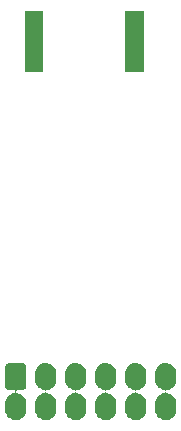
<source format=gbr>
G04 #@! TF.GenerationSoftware,KiCad,Pcbnew,(5.0.1)-3*
G04 #@! TF.CreationDate,2019-04-14T21:22:41-05:00*
G04 #@! TF.ProjectId,transceiver,7472616E736365697665722E6B696361,rev?*
G04 #@! TF.SameCoordinates,Original*
G04 #@! TF.FileFunction,Soldermask,Bot*
G04 #@! TF.FilePolarity,Negative*
%FSLAX46Y46*%
G04 Gerber Fmt 4.6, Leading zero omitted, Abs format (unit mm)*
G04 Created by KiCad (PCBNEW (5.0.1)-3) date 4/14/2019 21:22:41*
%MOMM*%
%LPD*%
G01*
G04 APERTURE LIST*
%ADD10C,0.100000*%
G04 APERTURE END LIST*
D10*
G36*
X145201565Y-95788925D02*
X145215179Y-95809299D01*
X145232506Y-95826626D01*
X145252881Y-95840240D01*
X145275520Y-95849618D01*
X145299553Y-95854398D01*
X145378586Y-95862182D01*
X145505629Y-95900720D01*
X145550314Y-95914275D01*
X145708569Y-95998864D01*
X145847291Y-96112709D01*
X145931478Y-96215292D01*
X145961133Y-96251427D01*
X145961134Y-96251429D01*
X146045726Y-96409688D01*
X146063090Y-96466930D01*
X146097818Y-96581413D01*
X146111000Y-96715254D01*
X146111000Y-97284746D01*
X146097818Y-97418587D01*
X146045726Y-97590311D01*
X146045725Y-97590314D01*
X145961136Y-97748569D01*
X145847291Y-97887291D01*
X145744708Y-97971478D01*
X145708573Y-98001133D01*
X145708571Y-98001134D01*
X145550312Y-98085726D01*
X145493070Y-98103090D01*
X145378587Y-98137818D01*
X145200000Y-98155407D01*
X145021414Y-98137818D01*
X144906931Y-98103090D01*
X144849689Y-98085726D01*
X144691430Y-98001134D01*
X144691428Y-98001133D01*
X144655293Y-97971478D01*
X144552710Y-97887291D01*
X144468523Y-97784708D01*
X144438868Y-97748573D01*
X144429191Y-97730469D01*
X144354274Y-97590312D01*
X144336910Y-97533070D01*
X144302182Y-97418587D01*
X144289000Y-97284746D01*
X144289000Y-96715255D01*
X144302182Y-96581414D01*
X144354274Y-96409690D01*
X144354275Y-96409686D01*
X144438864Y-96251431D01*
X144552709Y-96112709D01*
X144655292Y-96028522D01*
X144691427Y-95998867D01*
X144709529Y-95989191D01*
X144849688Y-95914274D01*
X144906930Y-95896910D01*
X145021413Y-95862182D01*
X145100447Y-95854398D01*
X145124481Y-95849617D01*
X145147120Y-95840240D01*
X145167494Y-95826626D01*
X145184821Y-95809299D01*
X145198435Y-95788924D01*
X145200000Y-95785146D01*
X145201565Y-95788925D01*
X145201565Y-95788925D01*
G37*
G36*
X142661565Y-95788925D02*
X142675179Y-95809299D01*
X142692506Y-95826626D01*
X142712881Y-95840240D01*
X142735520Y-95849618D01*
X142759553Y-95854398D01*
X142838586Y-95862182D01*
X142965629Y-95900720D01*
X143010314Y-95914275D01*
X143168569Y-95998864D01*
X143307291Y-96112709D01*
X143391478Y-96215292D01*
X143421133Y-96251427D01*
X143421134Y-96251429D01*
X143505726Y-96409688D01*
X143523090Y-96466930D01*
X143557818Y-96581413D01*
X143571000Y-96715254D01*
X143571000Y-97284746D01*
X143557818Y-97418587D01*
X143505726Y-97590311D01*
X143505725Y-97590314D01*
X143421136Y-97748569D01*
X143307291Y-97887291D01*
X143204708Y-97971478D01*
X143168573Y-98001133D01*
X143168571Y-98001134D01*
X143010312Y-98085726D01*
X142953070Y-98103090D01*
X142838587Y-98137818D01*
X142660000Y-98155407D01*
X142481414Y-98137818D01*
X142366931Y-98103090D01*
X142309689Y-98085726D01*
X142151430Y-98001134D01*
X142151428Y-98001133D01*
X142115293Y-97971478D01*
X142012710Y-97887291D01*
X141928523Y-97784708D01*
X141898868Y-97748573D01*
X141889191Y-97730469D01*
X141814274Y-97590312D01*
X141796910Y-97533070D01*
X141762182Y-97418587D01*
X141749000Y-97284746D01*
X141749000Y-96715255D01*
X141762182Y-96581414D01*
X141814274Y-96409690D01*
X141814275Y-96409686D01*
X141898864Y-96251431D01*
X142012709Y-96112709D01*
X142115292Y-96028522D01*
X142151427Y-95998867D01*
X142169529Y-95989191D01*
X142309688Y-95914274D01*
X142366930Y-95896910D01*
X142481413Y-95862182D01*
X142560447Y-95854398D01*
X142584481Y-95849617D01*
X142607120Y-95840240D01*
X142627494Y-95826626D01*
X142644821Y-95809299D01*
X142658435Y-95788924D01*
X142660000Y-95785146D01*
X142661565Y-95788925D01*
X142661565Y-95788925D01*
G37*
G36*
X140121565Y-95788925D02*
X140135179Y-95809299D01*
X140152506Y-95826626D01*
X140172881Y-95840240D01*
X140195520Y-95849618D01*
X140219553Y-95854398D01*
X140298586Y-95862182D01*
X140425629Y-95900720D01*
X140470314Y-95914275D01*
X140628569Y-95998864D01*
X140767291Y-96112709D01*
X140851478Y-96215292D01*
X140881133Y-96251427D01*
X140881134Y-96251429D01*
X140965726Y-96409688D01*
X140983090Y-96466930D01*
X141017818Y-96581413D01*
X141031000Y-96715254D01*
X141031000Y-97284746D01*
X141017818Y-97418587D01*
X140965726Y-97590311D01*
X140965725Y-97590314D01*
X140881136Y-97748569D01*
X140767291Y-97887291D01*
X140664708Y-97971478D01*
X140628573Y-98001133D01*
X140628571Y-98001134D01*
X140470312Y-98085726D01*
X140413070Y-98103090D01*
X140298587Y-98137818D01*
X140120000Y-98155407D01*
X139941414Y-98137818D01*
X139826931Y-98103090D01*
X139769689Y-98085726D01*
X139611430Y-98001134D01*
X139611428Y-98001133D01*
X139575293Y-97971478D01*
X139472710Y-97887291D01*
X139388523Y-97784708D01*
X139358868Y-97748573D01*
X139349191Y-97730469D01*
X139274274Y-97590312D01*
X139256910Y-97533070D01*
X139222182Y-97418587D01*
X139209000Y-97284746D01*
X139209000Y-96715255D01*
X139222182Y-96581414D01*
X139274274Y-96409690D01*
X139274275Y-96409686D01*
X139358864Y-96251431D01*
X139472709Y-96112709D01*
X139575292Y-96028522D01*
X139611427Y-95998867D01*
X139629529Y-95989191D01*
X139769688Y-95914274D01*
X139826930Y-95896910D01*
X139941413Y-95862182D01*
X140020447Y-95854398D01*
X140044481Y-95849617D01*
X140067120Y-95840240D01*
X140087494Y-95826626D01*
X140104821Y-95809299D01*
X140118435Y-95788924D01*
X140120000Y-95785146D01*
X140121565Y-95788925D01*
X140121565Y-95788925D01*
G37*
G36*
X137581565Y-95788925D02*
X137595179Y-95809299D01*
X137612506Y-95826626D01*
X137632881Y-95840240D01*
X137655520Y-95849618D01*
X137679553Y-95854398D01*
X137758586Y-95862182D01*
X137885629Y-95900720D01*
X137930314Y-95914275D01*
X138088569Y-95998864D01*
X138227291Y-96112709D01*
X138311478Y-96215292D01*
X138341133Y-96251427D01*
X138341134Y-96251429D01*
X138425726Y-96409688D01*
X138443090Y-96466930D01*
X138477818Y-96581413D01*
X138491000Y-96715254D01*
X138491000Y-97284746D01*
X138477818Y-97418587D01*
X138425726Y-97590311D01*
X138425725Y-97590314D01*
X138341136Y-97748569D01*
X138227291Y-97887291D01*
X138124708Y-97971478D01*
X138088573Y-98001133D01*
X138088571Y-98001134D01*
X137930312Y-98085726D01*
X137873070Y-98103090D01*
X137758587Y-98137818D01*
X137580000Y-98155407D01*
X137401414Y-98137818D01*
X137286931Y-98103090D01*
X137229689Y-98085726D01*
X137071430Y-98001134D01*
X137071428Y-98001133D01*
X137035293Y-97971478D01*
X136932710Y-97887291D01*
X136848523Y-97784708D01*
X136818868Y-97748573D01*
X136809191Y-97730469D01*
X136734274Y-97590312D01*
X136716910Y-97533070D01*
X136682182Y-97418587D01*
X136669000Y-97284746D01*
X136669000Y-96715255D01*
X136682182Y-96581414D01*
X136734274Y-96409690D01*
X136734275Y-96409686D01*
X136818864Y-96251431D01*
X136932709Y-96112709D01*
X137035292Y-96028522D01*
X137071427Y-95998867D01*
X137089529Y-95989191D01*
X137229688Y-95914274D01*
X137286930Y-95896910D01*
X137401413Y-95862182D01*
X137480447Y-95854398D01*
X137504481Y-95849617D01*
X137527120Y-95840240D01*
X137547494Y-95826626D01*
X137564821Y-95809299D01*
X137578435Y-95788924D01*
X137580000Y-95785146D01*
X137581565Y-95788925D01*
X137581565Y-95788925D01*
G37*
G36*
X135041565Y-95788925D02*
X135055179Y-95809299D01*
X135072506Y-95826626D01*
X135092881Y-95840240D01*
X135115520Y-95849618D01*
X135139553Y-95854398D01*
X135218586Y-95862182D01*
X135345629Y-95900720D01*
X135390314Y-95914275D01*
X135548569Y-95998864D01*
X135687291Y-96112709D01*
X135771478Y-96215292D01*
X135801133Y-96251427D01*
X135801134Y-96251429D01*
X135885726Y-96409688D01*
X135903090Y-96466930D01*
X135937818Y-96581413D01*
X135951000Y-96715254D01*
X135951000Y-97284746D01*
X135937818Y-97418587D01*
X135885726Y-97590311D01*
X135885725Y-97590314D01*
X135801136Y-97748569D01*
X135687291Y-97887291D01*
X135584708Y-97971478D01*
X135548573Y-98001133D01*
X135548571Y-98001134D01*
X135390312Y-98085726D01*
X135333070Y-98103090D01*
X135218587Y-98137818D01*
X135040000Y-98155407D01*
X134861414Y-98137818D01*
X134746931Y-98103090D01*
X134689689Y-98085726D01*
X134531430Y-98001134D01*
X134531428Y-98001133D01*
X134495293Y-97971478D01*
X134392710Y-97887291D01*
X134308523Y-97784708D01*
X134278868Y-97748573D01*
X134269191Y-97730469D01*
X134194274Y-97590312D01*
X134176910Y-97533070D01*
X134142182Y-97418587D01*
X134129000Y-97284746D01*
X134129000Y-96715255D01*
X134142182Y-96581414D01*
X134194274Y-96409690D01*
X134194275Y-96409686D01*
X134278864Y-96251431D01*
X134392709Y-96112709D01*
X134495292Y-96028522D01*
X134531427Y-95998867D01*
X134549529Y-95989191D01*
X134689688Y-95914274D01*
X134746930Y-95896910D01*
X134861413Y-95862182D01*
X134940447Y-95854398D01*
X134964481Y-95849617D01*
X134987120Y-95840240D01*
X135007494Y-95826626D01*
X135024821Y-95809299D01*
X135038435Y-95788924D01*
X135040000Y-95785146D01*
X135041565Y-95788925D01*
X135041565Y-95788925D01*
G37*
G36*
X133094551Y-93317144D02*
X133168164Y-93339474D01*
X133236004Y-93375736D01*
X133295465Y-93424535D01*
X133344264Y-93483996D01*
X133380526Y-93551836D01*
X133402856Y-93625449D01*
X133411000Y-93708140D01*
X133411000Y-95211860D01*
X133402856Y-95294551D01*
X133380526Y-95368164D01*
X133344264Y-95436004D01*
X133295465Y-95495465D01*
X133236004Y-95544264D01*
X133168164Y-95580526D01*
X133094551Y-95602856D01*
X133011860Y-95611000D01*
X132672722Y-95611000D01*
X132648336Y-95613402D01*
X132624887Y-95620515D01*
X132603276Y-95632066D01*
X132584334Y-95647612D01*
X132568788Y-95666554D01*
X132557237Y-95688165D01*
X132550124Y-95711614D01*
X132547722Y-95736000D01*
X132550124Y-95760386D01*
X132557237Y-95783835D01*
X132568788Y-95805446D01*
X132584334Y-95824388D01*
X132603276Y-95839934D01*
X132624887Y-95851485D01*
X132660468Y-95860398D01*
X132678586Y-95862182D01*
X132805629Y-95900720D01*
X132850314Y-95914275D01*
X133008569Y-95998864D01*
X133147291Y-96112709D01*
X133231478Y-96215292D01*
X133261133Y-96251427D01*
X133261134Y-96251429D01*
X133345726Y-96409688D01*
X133363090Y-96466930D01*
X133397818Y-96581413D01*
X133411000Y-96715254D01*
X133411000Y-97284746D01*
X133397818Y-97418587D01*
X133345726Y-97590311D01*
X133345725Y-97590314D01*
X133261136Y-97748569D01*
X133147291Y-97887291D01*
X133044708Y-97971478D01*
X133008573Y-98001133D01*
X133008571Y-98001134D01*
X132850312Y-98085726D01*
X132793070Y-98103090D01*
X132678587Y-98137818D01*
X132500000Y-98155407D01*
X132321414Y-98137818D01*
X132206931Y-98103090D01*
X132149689Y-98085726D01*
X131991430Y-98001134D01*
X131991428Y-98001133D01*
X131955293Y-97971478D01*
X131852710Y-97887291D01*
X131768523Y-97784708D01*
X131738868Y-97748573D01*
X131729191Y-97730469D01*
X131654274Y-97590312D01*
X131636910Y-97533070D01*
X131602182Y-97418587D01*
X131589000Y-97284746D01*
X131589000Y-96715255D01*
X131602182Y-96581414D01*
X131654274Y-96409690D01*
X131654275Y-96409686D01*
X131738864Y-96251431D01*
X131852709Y-96112709D01*
X131955292Y-96028522D01*
X131991427Y-95998867D01*
X132009529Y-95989191D01*
X132149688Y-95914274D01*
X132206930Y-95896910D01*
X132321413Y-95862182D01*
X132339531Y-95860398D01*
X132363563Y-95855618D01*
X132386202Y-95846240D01*
X132406576Y-95832626D01*
X132423903Y-95815299D01*
X132437517Y-95794925D01*
X132446895Y-95772286D01*
X132451675Y-95748252D01*
X132451675Y-95723748D01*
X132446895Y-95699714D01*
X132437517Y-95677075D01*
X132423903Y-95656701D01*
X132406576Y-95639374D01*
X132386202Y-95625760D01*
X132363563Y-95616382D01*
X132327277Y-95611000D01*
X131988140Y-95611000D01*
X131905449Y-95602856D01*
X131831836Y-95580526D01*
X131763996Y-95544264D01*
X131704535Y-95495465D01*
X131655736Y-95436004D01*
X131619474Y-95368164D01*
X131597144Y-95294551D01*
X131589000Y-95211860D01*
X131589000Y-93708140D01*
X131597144Y-93625449D01*
X131619474Y-93551836D01*
X131655736Y-93483996D01*
X131704535Y-93424535D01*
X131763996Y-93375736D01*
X131831836Y-93339474D01*
X131905449Y-93317144D01*
X131988140Y-93309000D01*
X133011860Y-93309000D01*
X133094551Y-93317144D01*
X133094551Y-93317144D01*
G37*
G36*
X137758586Y-93322182D02*
X137885629Y-93360720D01*
X137930314Y-93374275D01*
X138088569Y-93458864D01*
X138227291Y-93572709D01*
X138311478Y-93675292D01*
X138341133Y-93711427D01*
X138341134Y-93711429D01*
X138425726Y-93869688D01*
X138443090Y-93926930D01*
X138477818Y-94041413D01*
X138491000Y-94175254D01*
X138491000Y-94744746D01*
X138477818Y-94878587D01*
X138425726Y-95050311D01*
X138425725Y-95050314D01*
X138341136Y-95208569D01*
X138227291Y-95347291D01*
X138124708Y-95431478D01*
X138088573Y-95461133D01*
X138088571Y-95461134D01*
X137930312Y-95545726D01*
X137873070Y-95563090D01*
X137758587Y-95597818D01*
X137679553Y-95605602D01*
X137655519Y-95610383D01*
X137632880Y-95619760D01*
X137612506Y-95633374D01*
X137595179Y-95650701D01*
X137581565Y-95671076D01*
X137580000Y-95674854D01*
X137578435Y-95671075D01*
X137564821Y-95650701D01*
X137547494Y-95633374D01*
X137527119Y-95619760D01*
X137504480Y-95610382D01*
X137480447Y-95605602D01*
X137476222Y-95605186D01*
X137401414Y-95597818D01*
X137286931Y-95563090D01*
X137229689Y-95545726D01*
X137071430Y-95461134D01*
X137071428Y-95461133D01*
X137035293Y-95431478D01*
X136932710Y-95347291D01*
X136821566Y-95211860D01*
X136818868Y-95208573D01*
X136790499Y-95155500D01*
X136734274Y-95050312D01*
X136716910Y-94993070D01*
X136682182Y-94878587D01*
X136669000Y-94744746D01*
X136669000Y-94175255D01*
X136682182Y-94041414D01*
X136734274Y-93869690D01*
X136734275Y-93869686D01*
X136818864Y-93711431D01*
X136932709Y-93572709D01*
X137035292Y-93488522D01*
X137071427Y-93458867D01*
X137102210Y-93442413D01*
X137229688Y-93374274D01*
X137286930Y-93356910D01*
X137401413Y-93322182D01*
X137580000Y-93304593D01*
X137758586Y-93322182D01*
X137758586Y-93322182D01*
G37*
G36*
X140298586Y-93322182D02*
X140425629Y-93360720D01*
X140470314Y-93374275D01*
X140628569Y-93458864D01*
X140767291Y-93572709D01*
X140851478Y-93675292D01*
X140881133Y-93711427D01*
X140881134Y-93711429D01*
X140965726Y-93869688D01*
X140983090Y-93926930D01*
X141017818Y-94041413D01*
X141031000Y-94175254D01*
X141031000Y-94744746D01*
X141017818Y-94878587D01*
X140965726Y-95050311D01*
X140965725Y-95050314D01*
X140881136Y-95208569D01*
X140767291Y-95347291D01*
X140664708Y-95431478D01*
X140628573Y-95461133D01*
X140628571Y-95461134D01*
X140470312Y-95545726D01*
X140413070Y-95563090D01*
X140298587Y-95597818D01*
X140219553Y-95605602D01*
X140195519Y-95610383D01*
X140172880Y-95619760D01*
X140152506Y-95633374D01*
X140135179Y-95650701D01*
X140121565Y-95671076D01*
X140120000Y-95674854D01*
X140118435Y-95671075D01*
X140104821Y-95650701D01*
X140087494Y-95633374D01*
X140067119Y-95619760D01*
X140044480Y-95610382D01*
X140020447Y-95605602D01*
X140016222Y-95605186D01*
X139941414Y-95597818D01*
X139826931Y-95563090D01*
X139769689Y-95545726D01*
X139611430Y-95461134D01*
X139611428Y-95461133D01*
X139575293Y-95431478D01*
X139472710Y-95347291D01*
X139361566Y-95211860D01*
X139358868Y-95208573D01*
X139330499Y-95155500D01*
X139274274Y-95050312D01*
X139256910Y-94993070D01*
X139222182Y-94878587D01*
X139209000Y-94744746D01*
X139209000Y-94175255D01*
X139222182Y-94041414D01*
X139274274Y-93869690D01*
X139274275Y-93869686D01*
X139358864Y-93711431D01*
X139472709Y-93572709D01*
X139575292Y-93488522D01*
X139611427Y-93458867D01*
X139642210Y-93442413D01*
X139769688Y-93374274D01*
X139826930Y-93356910D01*
X139941413Y-93322182D01*
X140120000Y-93304593D01*
X140298586Y-93322182D01*
X140298586Y-93322182D01*
G37*
G36*
X142838586Y-93322182D02*
X142965629Y-93360720D01*
X143010314Y-93374275D01*
X143168569Y-93458864D01*
X143307291Y-93572709D01*
X143391478Y-93675292D01*
X143421133Y-93711427D01*
X143421134Y-93711429D01*
X143505726Y-93869688D01*
X143523090Y-93926930D01*
X143557818Y-94041413D01*
X143571000Y-94175254D01*
X143571000Y-94744746D01*
X143557818Y-94878587D01*
X143505726Y-95050311D01*
X143505725Y-95050314D01*
X143421136Y-95208569D01*
X143307291Y-95347291D01*
X143204708Y-95431478D01*
X143168573Y-95461133D01*
X143168571Y-95461134D01*
X143010312Y-95545726D01*
X142953070Y-95563090D01*
X142838587Y-95597818D01*
X142759553Y-95605602D01*
X142735519Y-95610383D01*
X142712880Y-95619760D01*
X142692506Y-95633374D01*
X142675179Y-95650701D01*
X142661565Y-95671076D01*
X142660000Y-95674854D01*
X142658435Y-95671075D01*
X142644821Y-95650701D01*
X142627494Y-95633374D01*
X142607119Y-95619760D01*
X142584480Y-95610382D01*
X142560447Y-95605602D01*
X142556222Y-95605186D01*
X142481414Y-95597818D01*
X142366931Y-95563090D01*
X142309689Y-95545726D01*
X142151430Y-95461134D01*
X142151428Y-95461133D01*
X142115293Y-95431478D01*
X142012710Y-95347291D01*
X141901566Y-95211860D01*
X141898868Y-95208573D01*
X141870499Y-95155500D01*
X141814274Y-95050312D01*
X141796910Y-94993070D01*
X141762182Y-94878587D01*
X141749000Y-94744746D01*
X141749000Y-94175255D01*
X141762182Y-94041414D01*
X141814274Y-93869690D01*
X141814275Y-93869686D01*
X141898864Y-93711431D01*
X142012709Y-93572709D01*
X142115292Y-93488522D01*
X142151427Y-93458867D01*
X142182210Y-93442413D01*
X142309688Y-93374274D01*
X142366930Y-93356910D01*
X142481413Y-93322182D01*
X142660000Y-93304593D01*
X142838586Y-93322182D01*
X142838586Y-93322182D01*
G37*
G36*
X145378586Y-93322182D02*
X145505629Y-93360720D01*
X145550314Y-93374275D01*
X145708569Y-93458864D01*
X145847291Y-93572709D01*
X145931478Y-93675292D01*
X145961133Y-93711427D01*
X145961134Y-93711429D01*
X146045726Y-93869688D01*
X146063090Y-93926930D01*
X146097818Y-94041413D01*
X146111000Y-94175254D01*
X146111000Y-94744746D01*
X146097818Y-94878587D01*
X146045726Y-95050311D01*
X146045725Y-95050314D01*
X145961136Y-95208569D01*
X145847291Y-95347291D01*
X145744708Y-95431478D01*
X145708573Y-95461133D01*
X145708571Y-95461134D01*
X145550312Y-95545726D01*
X145493070Y-95563090D01*
X145378587Y-95597818D01*
X145299553Y-95605602D01*
X145275519Y-95610383D01*
X145252880Y-95619760D01*
X145232506Y-95633374D01*
X145215179Y-95650701D01*
X145201565Y-95671076D01*
X145200000Y-95674854D01*
X145198435Y-95671075D01*
X145184821Y-95650701D01*
X145167494Y-95633374D01*
X145147119Y-95619760D01*
X145124480Y-95610382D01*
X145100447Y-95605602D01*
X145096222Y-95605186D01*
X145021414Y-95597818D01*
X144906931Y-95563090D01*
X144849689Y-95545726D01*
X144691430Y-95461134D01*
X144691428Y-95461133D01*
X144655293Y-95431478D01*
X144552710Y-95347291D01*
X144441566Y-95211860D01*
X144438868Y-95208573D01*
X144410499Y-95155500D01*
X144354274Y-95050312D01*
X144336910Y-94993070D01*
X144302182Y-94878587D01*
X144289000Y-94744746D01*
X144289000Y-94175255D01*
X144302182Y-94041414D01*
X144354274Y-93869690D01*
X144354275Y-93869686D01*
X144438864Y-93711431D01*
X144552709Y-93572709D01*
X144655292Y-93488522D01*
X144691427Y-93458867D01*
X144722210Y-93442413D01*
X144849688Y-93374274D01*
X144906930Y-93356910D01*
X145021413Y-93322182D01*
X145200000Y-93304593D01*
X145378586Y-93322182D01*
X145378586Y-93322182D01*
G37*
G36*
X135218586Y-93322182D02*
X135345629Y-93360720D01*
X135390314Y-93374275D01*
X135548569Y-93458864D01*
X135687291Y-93572709D01*
X135771478Y-93675292D01*
X135801133Y-93711427D01*
X135801134Y-93711429D01*
X135885726Y-93869688D01*
X135903090Y-93926930D01*
X135937818Y-94041413D01*
X135951000Y-94175254D01*
X135951000Y-94744746D01*
X135937818Y-94878587D01*
X135885726Y-95050311D01*
X135885725Y-95050314D01*
X135801136Y-95208569D01*
X135687291Y-95347291D01*
X135584708Y-95431478D01*
X135548573Y-95461133D01*
X135548571Y-95461134D01*
X135390312Y-95545726D01*
X135333070Y-95563090D01*
X135218587Y-95597818D01*
X135139553Y-95605602D01*
X135115519Y-95610383D01*
X135092880Y-95619760D01*
X135072506Y-95633374D01*
X135055179Y-95650701D01*
X135041565Y-95671076D01*
X135040000Y-95674854D01*
X135038435Y-95671075D01*
X135024821Y-95650701D01*
X135007494Y-95633374D01*
X134987119Y-95619760D01*
X134964480Y-95610382D01*
X134940447Y-95605602D01*
X134936222Y-95605186D01*
X134861414Y-95597818D01*
X134746931Y-95563090D01*
X134689689Y-95545726D01*
X134531430Y-95461134D01*
X134531428Y-95461133D01*
X134495293Y-95431478D01*
X134392710Y-95347291D01*
X134281566Y-95211860D01*
X134278868Y-95208573D01*
X134250499Y-95155500D01*
X134194274Y-95050312D01*
X134176910Y-94993070D01*
X134142182Y-94878587D01*
X134129000Y-94744746D01*
X134129000Y-94175255D01*
X134142182Y-94041414D01*
X134194274Y-93869690D01*
X134194275Y-93869686D01*
X134278864Y-93711431D01*
X134392709Y-93572709D01*
X134495292Y-93488522D01*
X134531427Y-93458867D01*
X134562210Y-93442413D01*
X134689688Y-93374274D01*
X134746930Y-93356910D01*
X134861413Y-93322182D01*
X135040000Y-93304593D01*
X135218586Y-93322182D01*
X135218586Y-93322182D01*
G37*
G36*
X134851000Y-68691000D02*
X133249000Y-68691000D01*
X133249000Y-63509000D01*
X134851000Y-63509000D01*
X134851000Y-68691000D01*
X134851000Y-68691000D01*
G37*
G36*
X143351000Y-68691000D02*
X141749000Y-68691000D01*
X141749000Y-63509000D01*
X143351000Y-63509000D01*
X143351000Y-68691000D01*
X143351000Y-68691000D01*
G37*
M02*

</source>
